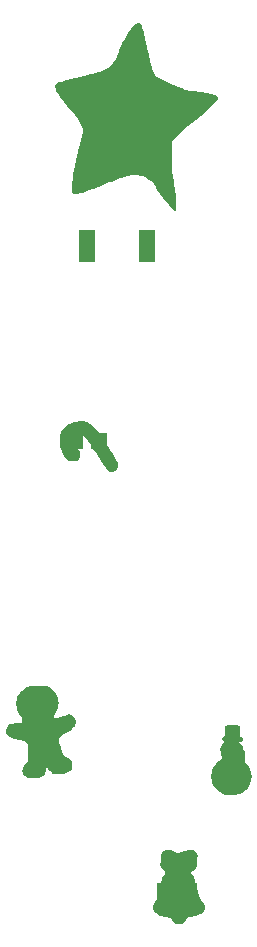
<source format=gbr>
G04 EAGLE Gerber RS-274X export*
G75*
%MOMM*%
%FSLAX34Y34*%
%LPD*%
%INSoldermask Bottom*%
%IPPOS*%
%AMOC8*
5,1,8,0,0,1.08239X$1,22.5*%
G01*
%ADD10R,1.473200X2.743200*%
%ADD11R,1.403200X1.403200*%

G36*
X532274Y766252D02*
X532274Y766252D01*
X532356Y766261D01*
X532371Y766269D01*
X532388Y766272D01*
X532458Y766318D01*
X532530Y766359D01*
X532540Y766372D01*
X532555Y766381D01*
X532601Y766450D01*
X532651Y766516D01*
X532656Y766532D01*
X532665Y766547D01*
X532701Y766705D01*
X532702Y766708D01*
X532702Y766709D01*
X532923Y770704D01*
X532922Y770712D01*
X532923Y770721D01*
X532966Y772720D01*
X532964Y772732D01*
X532966Y772744D01*
X532965Y772746D01*
X532966Y772750D01*
X532890Y774749D01*
X532888Y774756D01*
X532889Y774765D01*
X532749Y776761D01*
X532747Y776766D01*
X532748Y776773D01*
X532556Y778765D01*
X532555Y778770D01*
X532555Y778776D01*
X532320Y780763D01*
X532318Y780768D01*
X532318Y780775D01*
X532032Y782755D01*
X532030Y782761D01*
X532030Y782768D01*
X529665Y796561D01*
X529415Y798525D01*
X529241Y800501D01*
X529113Y802489D01*
X529018Y804481D01*
X529010Y804696D01*
X528958Y806193D01*
X528958Y806194D01*
X528949Y806471D01*
X528903Y808465D01*
X528874Y812460D01*
X528929Y816448D01*
X528994Y818442D01*
X529092Y820428D01*
X529239Y822405D01*
X529472Y824323D01*
X530099Y826052D01*
X531281Y827542D01*
X532609Y829004D01*
X533993Y830431D01*
X535409Y831831D01*
X536849Y833207D01*
X538312Y834562D01*
X539793Y835895D01*
X541294Y837206D01*
X542817Y838492D01*
X544361Y839742D01*
X545938Y840946D01*
X549202Y843243D01*
X549207Y843248D01*
X549214Y843252D01*
X550816Y844450D01*
X550820Y844453D01*
X550825Y844456D01*
X552401Y845689D01*
X552405Y845694D01*
X552411Y845697D01*
X553953Y846972D01*
X553959Y846980D01*
X553970Y846986D01*
X555454Y848327D01*
X555457Y848331D01*
X555461Y848334D01*
X559836Y852443D01*
X559841Y852449D01*
X559848Y852455D01*
X561259Y853874D01*
X561261Y853876D01*
X561264Y853878D01*
X564049Y856751D01*
X564050Y856753D01*
X564051Y856753D01*
X564051Y856754D01*
X564052Y856755D01*
X565430Y858205D01*
X565434Y858210D01*
X565440Y858215D01*
X566778Y859702D01*
X566791Y859725D01*
X566816Y859750D01*
X567958Y861385D01*
X567980Y861438D01*
X568012Y861486D01*
X568020Y861528D01*
X568037Y861568D01*
X568037Y861625D01*
X568048Y861681D01*
X568038Y861731D01*
X568038Y861767D01*
X568025Y861798D01*
X568017Y861845D01*
X567398Y863515D01*
X567382Y863540D01*
X567374Y863568D01*
X567330Y863624D01*
X567293Y863684D01*
X567269Y863701D01*
X567251Y863724D01*
X567165Y863774D01*
X567130Y863798D01*
X567119Y863801D01*
X567107Y863808D01*
X565241Y864519D01*
X565220Y864522D01*
X565195Y864534D01*
X563266Y865064D01*
X563258Y865064D01*
X563248Y865068D01*
X561301Y865526D01*
X561295Y865527D01*
X561289Y865529D01*
X559331Y865940D01*
X559327Y865940D01*
X559322Y865942D01*
X557356Y866315D01*
X557352Y866315D01*
X557347Y866317D01*
X555375Y866655D01*
X555371Y866655D01*
X555366Y866656D01*
X553389Y866958D01*
X553384Y866958D01*
X553378Y866960D01*
X551395Y867221D01*
X551388Y867220D01*
X551381Y867222D01*
X549390Y867426D01*
X549381Y867425D01*
X549369Y867428D01*
X545411Y867667D01*
X543502Y868041D01*
X541612Y868580D01*
X540252Y869055D01*
X539747Y869231D01*
X537907Y869964D01*
X534246Y871560D01*
X534243Y871561D01*
X534240Y871563D01*
X530554Y873119D01*
X530551Y873120D01*
X530548Y873122D01*
X528695Y873876D01*
X528691Y873877D01*
X528686Y873880D01*
X524965Y875315D01*
X523162Y876120D01*
X521403Y877014D01*
X519698Y878013D01*
X518025Y879089D01*
X518007Y879095D01*
X517989Y879109D01*
X516254Y880032D01*
X514818Y881067D01*
X513935Y882702D01*
X513182Y884513D01*
X512527Y886377D01*
X511950Y888272D01*
X511442Y890190D01*
X509562Y897963D01*
X508667Y901859D01*
X508240Y903804D01*
X507830Y905759D01*
X507444Y907716D01*
X507091Y909677D01*
X506769Y911647D01*
X506766Y911654D01*
X506766Y911664D01*
X506374Y913626D01*
X506371Y913634D01*
X506370Y913645D01*
X505902Y915590D01*
X505899Y915596D01*
X505898Y915604D01*
X505376Y917535D01*
X505373Y917540D01*
X505372Y917547D01*
X504800Y919464D01*
X504797Y919470D01*
X504795Y919478D01*
X504169Y921378D01*
X504164Y921386D01*
X504162Y921397D01*
X503460Y923270D01*
X503447Y923289D01*
X503439Y923318D01*
X502546Y925104D01*
X502522Y925135D01*
X502506Y925171D01*
X502461Y925213D01*
X502424Y925261D01*
X502389Y925280D01*
X502360Y925307D01*
X502289Y925335D01*
X502250Y925357D01*
X502230Y925359D01*
X502206Y925369D01*
X500396Y925763D01*
X500391Y925763D01*
X500386Y925765D01*
X500292Y925764D01*
X500197Y925766D01*
X500192Y925764D01*
X500187Y925764D01*
X500032Y925703D01*
X498325Y924678D01*
X498294Y924650D01*
X498242Y924616D01*
X496777Y923256D01*
X496764Y923239D01*
X496742Y923221D01*
X495417Y921723D01*
X495410Y921711D01*
X495397Y921699D01*
X494167Y920121D01*
X494163Y920112D01*
X494154Y920104D01*
X492995Y918473D01*
X492992Y918467D01*
X492986Y918461D01*
X491877Y916796D01*
X491874Y916788D01*
X491867Y916781D01*
X490819Y915076D01*
X490813Y915059D01*
X490800Y915041D01*
X489895Y913259D01*
X489886Y913229D01*
X489871Y913199D01*
X489868Y913196D01*
X489868Y913195D01*
X489866Y913192D01*
X489260Y911381D01*
X488153Y909805D01*
X488143Y909782D01*
X488122Y909755D01*
X487174Y907995D01*
X487170Y907982D01*
X487161Y907969D01*
X486314Y906156D01*
X486312Y906147D01*
X486305Y906136D01*
X484774Y902443D01*
X483983Y900615D01*
X483166Y898796D01*
X482326Y896987D01*
X481461Y895208D01*
X480485Y893507D01*
X479361Y891905D01*
X478107Y890398D01*
X476741Y888990D01*
X475271Y887690D01*
X473707Y886510D01*
X472053Y885469D01*
X470314Y884601D01*
X468497Y883960D01*
X466587Y883629D01*
X464620Y883420D01*
X464601Y883414D01*
X464581Y883415D01*
X464450Y883367D01*
X464430Y883361D01*
X464428Y883359D01*
X464425Y883358D01*
X462765Y882411D01*
X460929Y881870D01*
X457019Y881160D01*
X457013Y881158D01*
X457006Y881158D01*
X455048Y880751D01*
X455044Y880749D01*
X455039Y880749D01*
X451136Y879866D01*
X451134Y879865D01*
X451130Y879865D01*
X447239Y878928D01*
X447237Y878927D01*
X447234Y878927D01*
X443354Y877947D01*
X443352Y877946D01*
X443349Y877946D01*
X439480Y876923D01*
X439478Y876922D01*
X439474Y876921D01*
X437547Y876386D01*
X437544Y876385D01*
X437541Y876385D01*
X435619Y875826D01*
X435614Y875823D01*
X435607Y875822D01*
X433702Y875211D01*
X433674Y875195D01*
X433632Y875183D01*
X431847Y874298D01*
X431811Y874269D01*
X431768Y874249D01*
X431724Y874201D01*
X431690Y874175D01*
X431678Y874153D01*
X431654Y874128D01*
X430566Y872500D01*
X430537Y872429D01*
X430501Y872360D01*
X430498Y872335D01*
X430491Y872316D01*
X430491Y872272D01*
X430483Y872194D01*
X430596Y870216D01*
X430605Y870185D01*
X430629Y870065D01*
X431349Y868201D01*
X431364Y868177D01*
X431377Y868141D01*
X432339Y866388D01*
X432349Y866376D01*
X432357Y866358D01*
X433439Y864675D01*
X433445Y864668D01*
X433451Y864657D01*
X434604Y863023D01*
X434609Y863018D01*
X434613Y863011D01*
X437014Y859810D01*
X438196Y858206D01*
X439360Y856587D01*
X440483Y854958D01*
X441493Y853255D01*
X441500Y853247D01*
X441504Y853237D01*
X441616Y853115D01*
X443180Y851902D01*
X443191Y851896D01*
X443203Y851885D01*
X444782Y850798D01*
X446061Y849362D01*
X447270Y847803D01*
X448422Y846189D01*
X449523Y844537D01*
X450577Y842854D01*
X451573Y841141D01*
X452495Y839396D01*
X453287Y837625D01*
X453743Y835791D01*
X453757Y833881D01*
X453546Y831942D01*
X453170Y830018D01*
X452131Y826172D01*
X452131Y826170D01*
X452130Y826167D01*
X451122Y822295D01*
X451122Y822292D01*
X451121Y822290D01*
X450638Y820348D01*
X450638Y820346D01*
X450637Y820344D01*
X449707Y816452D01*
X449707Y816449D01*
X449706Y816446D01*
X448825Y812542D01*
X448825Y812540D01*
X448824Y812537D01*
X447989Y808623D01*
X447988Y808621D01*
X447987Y808618D01*
X447199Y804695D01*
X447199Y804692D01*
X447198Y804689D01*
X446459Y800756D01*
X446459Y800753D01*
X446457Y800749D01*
X445776Y796806D01*
X445776Y796803D01*
X445775Y796800D01*
X445460Y794824D01*
X445460Y794822D01*
X445459Y794819D01*
X445163Y792840D01*
X445163Y792838D01*
X445162Y792834D01*
X444892Y790852D01*
X444892Y790848D01*
X444891Y790844D01*
X444651Y788858D01*
X444652Y788853D01*
X444650Y788847D01*
X444455Y786856D01*
X444456Y786848D01*
X444453Y786839D01*
X444324Y784843D01*
X444326Y784828D01*
X444323Y784809D01*
X444331Y782809D01*
X444336Y782785D01*
X444333Y782760D01*
X444364Y782650D01*
X444371Y782614D01*
X444375Y782608D01*
X444378Y782600D01*
X445166Y780911D01*
X445217Y780843D01*
X445263Y780771D01*
X445275Y780763D01*
X445284Y780752D01*
X445358Y780708D01*
X445428Y780661D01*
X445444Y780657D01*
X445455Y780651D01*
X445499Y780645D01*
X445591Y780624D01*
X447575Y780515D01*
X447616Y780521D01*
X447679Y780520D01*
X449655Y780830D01*
X449672Y780836D01*
X449695Y780838D01*
X451640Y781305D01*
X451650Y781310D01*
X451663Y781311D01*
X453583Y781873D01*
X453590Y781877D01*
X453600Y781879D01*
X455499Y782510D01*
X455505Y782513D01*
X455514Y782515D01*
X459262Y783893D01*
X461134Y784512D01*
X463057Y784981D01*
X463076Y784990D01*
X463103Y784994D01*
X464992Y785651D01*
X465002Y785658D01*
X465017Y785661D01*
X466868Y786419D01*
X466871Y786421D01*
X466876Y786422D01*
X468715Y787208D01*
X468717Y787210D01*
X468720Y787210D01*
X474211Y789622D01*
X476049Y790383D01*
X477903Y791098D01*
X479775Y791773D01*
X481667Y792407D01*
X481672Y792410D01*
X481679Y792411D01*
X483559Y793096D01*
X483564Y793099D01*
X483570Y793100D01*
X485434Y793826D01*
X485438Y793829D01*
X485443Y793830D01*
X489117Y795344D01*
X490987Y795889D01*
X492909Y796247D01*
X494864Y796452D01*
X496836Y796537D01*
X498815Y796535D01*
X500779Y796447D01*
X502700Y796182D01*
X504552Y795642D01*
X506334Y794853D01*
X508072Y793930D01*
X509752Y792904D01*
X511356Y791769D01*
X512869Y790524D01*
X514254Y789160D01*
X515405Y787667D01*
X516041Y785880D01*
X516053Y785861D01*
X516061Y785832D01*
X516920Y784040D01*
X516939Y784015D01*
X516956Y783977D01*
X518069Y782316D01*
X518075Y782309D01*
X518080Y782299D01*
X519259Y780682D01*
X519262Y780679D01*
X519265Y780673D01*
X520480Y779083D01*
X520483Y779081D01*
X520485Y779077D01*
X521726Y777507D01*
X521728Y777505D01*
X521730Y777502D01*
X522992Y775950D01*
X522994Y775948D01*
X522995Y775945D01*
X524275Y774407D01*
X524278Y774405D01*
X524280Y774401D01*
X526887Y771366D01*
X526890Y771364D01*
X526892Y771360D01*
X528165Y769921D01*
X528166Y769920D01*
X528167Y769919D01*
X530834Y766936D01*
X530837Y766934D01*
X530839Y766930D01*
X530971Y766829D01*
X531968Y766296D01*
X531985Y766291D01*
X531998Y766281D01*
X532079Y766263D01*
X532159Y766239D01*
X532176Y766241D01*
X532192Y766237D01*
X532274Y766252D01*
G37*
G36*
X410427Y285759D02*
X410427Y285759D01*
X410451Y285756D01*
X412450Y285850D01*
X412456Y285851D01*
X412464Y285850D01*
X414459Y286002D01*
X414473Y286006D01*
X414491Y286006D01*
X416471Y286286D01*
X416499Y286295D01*
X416538Y286300D01*
X418459Y286845D01*
X418499Y286865D01*
X418585Y286900D01*
X420279Y287943D01*
X420289Y287952D01*
X420302Y287958D01*
X420421Y288074D01*
X421592Y289682D01*
X421608Y289719D01*
X421659Y289811D01*
X422317Y291697D01*
X422321Y291728D01*
X422336Y291768D01*
X422709Y293733D01*
X422709Y293749D01*
X422714Y293769D01*
X422945Y295756D01*
X422945Y295762D01*
X422946Y295769D01*
X423151Y298054D01*
X423171Y297939D01*
X423179Y297919D01*
X423182Y297892D01*
X423713Y295966D01*
X423729Y295934D01*
X423742Y295887D01*
X424587Y294077D01*
X424609Y294048D01*
X424631Y294002D01*
X425776Y292365D01*
X425801Y292341D01*
X425827Y292303D01*
X427220Y290869D01*
X427248Y290849D01*
X427281Y290815D01*
X428882Y289630D01*
X428911Y289616D01*
X428935Y289596D01*
X429022Y289564D01*
X429062Y289545D01*
X429075Y289545D01*
X429091Y289539D01*
X431043Y289190D01*
X431088Y289191D01*
X431167Y289183D01*
X433162Y289326D01*
X433173Y289329D01*
X433187Y289329D01*
X435172Y289573D01*
X435184Y289577D01*
X435199Y289577D01*
X437168Y289929D01*
X437185Y289936D01*
X437208Y289938D01*
X439142Y290448D01*
X439165Y290459D01*
X439197Y290466D01*
X441057Y291199D01*
X441089Y291220D01*
X441140Y291241D01*
X442829Y292305D01*
X442853Y292328D01*
X442931Y292394D01*
X442937Y292398D01*
X442938Y292400D01*
X442945Y292406D01*
X444225Y293926D01*
X444234Y293944D01*
X444249Y293957D01*
X444288Y294038D01*
X444304Y294063D01*
X444306Y294075D01*
X444311Y294084D01*
X444320Y294101D01*
X444321Y294104D01*
X444322Y294106D01*
X444887Y296014D01*
X444891Y296056D01*
X444907Y296155D01*
X444911Y298148D01*
X444909Y298162D01*
X444885Y298310D01*
X444247Y300194D01*
X444242Y300203D01*
X444240Y300213D01*
X444155Y300356D01*
X442871Y301875D01*
X442870Y301876D01*
X442869Y301877D01*
X442742Y301984D01*
X441021Y302990D01*
X440991Y303000D01*
X440953Y303023D01*
X439180Y303726D01*
X437852Y304936D01*
X436997Y306611D01*
X436297Y308446D01*
X435008Y312220D01*
X434398Y314113D01*
X433855Y316009D01*
X433474Y317898D01*
X433497Y319722D01*
X434284Y321296D01*
X435699Y322485D01*
X437375Y323469D01*
X440927Y325278D01*
X440940Y325288D01*
X440960Y325296D01*
X442669Y326335D01*
X442684Y326349D01*
X442707Y326361D01*
X444313Y327552D01*
X444329Y327568D01*
X444353Y327584D01*
X445829Y328933D01*
X445846Y328956D01*
X445874Y328980D01*
X447161Y330510D01*
X447181Y330546D01*
X447219Y330595D01*
X448160Y332354D01*
X448170Y332385D01*
X448187Y332413D01*
X448204Y332501D01*
X448217Y332544D01*
X448216Y332559D01*
X448219Y332577D01*
X448268Y334533D01*
X448259Y334582D01*
X448261Y334631D01*
X448240Y334689D01*
X448233Y334729D01*
X448218Y334753D01*
X448205Y334788D01*
X447238Y336531D01*
X447211Y336563D01*
X447179Y336616D01*
X445871Y338127D01*
X445842Y338150D01*
X445807Y338189D01*
X444252Y339442D01*
X444227Y339455D01*
X444206Y339475D01*
X444113Y339514D01*
X444076Y339533D01*
X444065Y339534D01*
X444053Y339539D01*
X442162Y339982D01*
X442133Y339983D01*
X442105Y339992D01*
X442006Y339987D01*
X441963Y339988D01*
X441953Y339984D01*
X441939Y339983D01*
X439987Y339546D01*
X439979Y339542D01*
X439967Y339541D01*
X438035Y339024D01*
X438029Y339021D01*
X438021Y339020D01*
X434190Y337882D01*
X432283Y337357D01*
X430426Y336979D01*
X429046Y337184D01*
X429112Y338538D01*
X429922Y340239D01*
X430884Y341976D01*
X430888Y341989D01*
X430898Y342004D01*
X431757Y343810D01*
X431762Y343831D01*
X431775Y343855D01*
X432453Y345737D01*
X432457Y345761D01*
X432469Y345790D01*
X432934Y347734D01*
X432935Y347761D01*
X432945Y347795D01*
X433167Y349782D01*
X433164Y349812D01*
X433169Y349851D01*
X433115Y351849D01*
X433108Y351880D01*
X433108Y351924D01*
X432756Y353891D01*
X432743Y353922D01*
X432736Y353966D01*
X432082Y355855D01*
X432065Y355884D01*
X432051Y355927D01*
X431109Y357690D01*
X431089Y357715D01*
X431069Y357753D01*
X429873Y359355D01*
X429851Y359375D01*
X429828Y359408D01*
X428420Y360828D01*
X428398Y360842D01*
X428375Y360867D01*
X426808Y362109D01*
X426786Y362120D01*
X426763Y362141D01*
X425071Y363203D01*
X425029Y363219D01*
X424958Y363256D01*
X423059Y363864D01*
X423019Y363869D01*
X422961Y363885D01*
X420973Y364102D01*
X420956Y364101D01*
X420935Y364105D01*
X418936Y364170D01*
X418929Y364169D01*
X418921Y364170D01*
X414919Y364180D01*
X414915Y364179D01*
X414909Y364180D01*
X412909Y364145D01*
X412900Y364143D01*
X412890Y364144D01*
X410892Y364033D01*
X410873Y364028D01*
X410849Y364028D01*
X408870Y363741D01*
X408836Y363729D01*
X408785Y363721D01*
X406889Y363094D01*
X406856Y363075D01*
X406805Y363057D01*
X405054Y362093D01*
X405036Y362078D01*
X405009Y362065D01*
X403368Y360923D01*
X403351Y360906D01*
X403325Y360890D01*
X401817Y359577D01*
X401800Y359556D01*
X401772Y359533D01*
X400441Y358041D01*
X400426Y358015D01*
X400398Y357985D01*
X399292Y356320D01*
X399280Y356290D01*
X399255Y356254D01*
X398414Y354441D01*
X398406Y354410D01*
X398387Y354371D01*
X397829Y352451D01*
X397826Y352421D01*
X397814Y352382D01*
X397531Y350403D01*
X397533Y350377D01*
X397527Y350343D01*
X397486Y348343D01*
X397490Y348324D01*
X397488Y348299D01*
X397626Y346304D01*
X397633Y346279D01*
X397634Y346246D01*
X398002Y344281D01*
X398014Y344251D01*
X398022Y344206D01*
X398691Y342323D01*
X398709Y342292D01*
X398726Y342244D01*
X399710Y340505D01*
X399731Y340480D01*
X399752Y340441D01*
X400990Y338871D01*
X401008Y338855D01*
X401026Y338830D01*
X402431Y337406D01*
X402442Y337399D01*
X402451Y337387D01*
X402539Y337307D01*
X403090Y336808D01*
X403920Y336057D01*
X405203Y334706D01*
X405593Y333422D01*
X404298Y332791D01*
X402415Y332557D01*
X400443Y332465D01*
X396451Y332400D01*
X396434Y332397D01*
X396414Y332398D01*
X394422Y332218D01*
X394394Y332209D01*
X394355Y332207D01*
X392408Y331761D01*
X392368Y331742D01*
X392282Y331713D01*
X390533Y330767D01*
X390507Y330745D01*
X390476Y330731D01*
X390415Y330668D01*
X390380Y330639D01*
X390373Y330625D01*
X390360Y330612D01*
X389233Y328986D01*
X389223Y328963D01*
X389207Y328944D01*
X389187Y328889D01*
X389176Y328870D01*
X389171Y328842D01*
X389170Y328838D01*
X389155Y328804D01*
X389155Y328796D01*
X389152Y328787D01*
X388810Y326825D01*
X388812Y326785D01*
X388807Y326678D01*
X389053Y324702D01*
X389055Y324696D01*
X389055Y324690D01*
X389106Y324532D01*
X390031Y322770D01*
X390047Y322751D01*
X390127Y322642D01*
X391563Y321258D01*
X391600Y321235D01*
X391653Y321189D01*
X393368Y320165D01*
X393399Y320154D01*
X393437Y320131D01*
X395290Y319381D01*
X395314Y319376D01*
X395342Y319363D01*
X397266Y318818D01*
X397284Y318816D01*
X397304Y318809D01*
X399266Y318416D01*
X399277Y318416D01*
X399291Y318412D01*
X401260Y318123D01*
X403179Y317761D01*
X404946Y317144D01*
X406327Y316019D01*
X407097Y314380D01*
X407443Y312505D01*
X407585Y310549D01*
X407633Y308569D01*
X407621Y304583D01*
X407545Y302621D01*
X407255Y300764D01*
X406374Y299161D01*
X405022Y297782D01*
X405011Y297765D01*
X404992Y297749D01*
X403727Y296203D01*
X403706Y296164D01*
X403660Y296097D01*
X402823Y294288D01*
X402822Y294283D01*
X402819Y294279D01*
X402778Y294118D01*
X402621Y292136D01*
X402623Y292123D01*
X402620Y292110D01*
X402643Y291946D01*
X403247Y290050D01*
X403264Y290020D01*
X403315Y289913D01*
X404468Y288284D01*
X404499Y288255D01*
X404539Y288204D01*
X406238Y286656D01*
X406248Y286650D01*
X406256Y286641D01*
X406400Y286557D01*
X408256Y285865D01*
X408282Y285861D01*
X408411Y285833D01*
X410408Y285756D01*
X410427Y285759D01*
G37*
G36*
X536343Y162231D02*
X536343Y162231D01*
X536370Y162237D01*
X536498Y162259D01*
X538375Y162923D01*
X538384Y162928D01*
X538394Y162930D01*
X538536Y163017D01*
X540035Y164321D01*
X540043Y164330D01*
X540047Y164333D01*
X540056Y164347D01*
X540060Y164353D01*
X540130Y164431D01*
X541196Y166119D01*
X541203Y166137D01*
X541217Y166157D01*
X542011Y167696D01*
X543648Y168325D01*
X545570Y168662D01*
X545574Y168664D01*
X545577Y168664D01*
X547543Y169038D01*
X547552Y169042D01*
X547565Y169043D01*
X549511Y169507D01*
X549526Y169513D01*
X549546Y169516D01*
X551453Y170118D01*
X551476Y170131D01*
X551509Y170139D01*
X553329Y170965D01*
X553362Y170988D01*
X553415Y171015D01*
X555033Y172184D01*
X555063Y172217D01*
X555125Y172271D01*
X556396Y173811D01*
X556416Y173848D01*
X556456Y173901D01*
X557365Y175672D01*
X557377Y175715D01*
X557398Y175754D01*
X557407Y175822D01*
X557419Y175864D01*
X557416Y175888D01*
X557420Y175919D01*
X557410Y176179D01*
X557410Y176180D01*
X557391Y176679D01*
X557371Y177178D01*
X557344Y177887D01*
X557338Y177911D01*
X557340Y177935D01*
X557306Y178044D01*
X557297Y178080D01*
X557293Y178086D01*
X557290Y178094D01*
X556384Y179872D01*
X556367Y179894D01*
X556351Y179928D01*
X555223Y181570D01*
X554165Y183237D01*
X553221Y184964D01*
X552390Y186749D01*
X551669Y188583D01*
X551051Y190458D01*
X550526Y192365D01*
X550082Y194301D01*
X549665Y196253D01*
X549660Y196265D01*
X549658Y196282D01*
X549127Y198210D01*
X549121Y198221D01*
X549119Y198236D01*
X548483Y200133D01*
X548476Y200145D01*
X548472Y200161D01*
X547723Y202016D01*
X547710Y202034D01*
X547702Y202061D01*
X546770Y203830D01*
X546762Y203840D01*
X546756Y203855D01*
X545741Y205539D01*
X545205Y206787D01*
X546580Y207315D01*
X546591Y207321D01*
X546607Y207326D01*
X548414Y208141D01*
X548456Y208171D01*
X548503Y208193D01*
X548543Y208234D01*
X548575Y208257D01*
X548591Y208283D01*
X548619Y208312D01*
X549745Y209940D01*
X549745Y209942D01*
X549746Y209943D01*
X549816Y210094D01*
X550337Y212022D01*
X550338Y212051D01*
X550350Y212089D01*
X550605Y214072D01*
X550604Y214086D01*
X550608Y214103D01*
X550741Y216099D01*
X550740Y216106D01*
X550742Y216114D01*
X550815Y218113D01*
X550814Y218118D01*
X550816Y218125D01*
X550843Y220125D01*
X550837Y220156D01*
X550838Y220198D01*
X550573Y222172D01*
X550548Y222243D01*
X550530Y222316D01*
X550515Y222339D01*
X550507Y222360D01*
X550478Y222392D01*
X550436Y222453D01*
X549073Y223857D01*
X549068Y223861D01*
X548940Y223955D01*
X547156Y224857D01*
X547114Y224869D01*
X547049Y224897D01*
X545113Y225370D01*
X545074Y225372D01*
X544966Y225384D01*
X542975Y225271D01*
X542935Y225260D01*
X542873Y225254D01*
X540943Y224734D01*
X540921Y224723D01*
X540891Y224717D01*
X539028Y223987D01*
X539018Y223980D01*
X539002Y223976D01*
X537196Y223144D01*
X535483Y222459D01*
X533701Y222720D01*
X531872Y223373D01*
X528169Y224861D01*
X528162Y224862D01*
X528154Y224867D01*
X526277Y225553D01*
X526269Y225554D01*
X526262Y225558D01*
X526097Y225583D01*
X524123Y225550D01*
X524101Y225545D01*
X524079Y225547D01*
X523960Y225514D01*
X523929Y225507D01*
X523925Y225504D01*
X523919Y225502D01*
X522113Y224652D01*
X522082Y224629D01*
X521989Y224569D01*
X520532Y223238D01*
X520498Y223191D01*
X520456Y223151D01*
X520435Y223106D01*
X520414Y223077D01*
X520407Y223043D01*
X520386Y223000D01*
X519867Y221079D01*
X519864Y221042D01*
X519851Y220991D01*
X519683Y218997D01*
X519684Y218988D01*
X519682Y218976D01*
X519518Y214978D01*
X519519Y214973D01*
X519518Y214967D01*
X519480Y212967D01*
X519484Y212947D01*
X519481Y212922D01*
X519622Y210929D01*
X519637Y210877D01*
X519641Y210824D01*
X519665Y210774D01*
X519675Y210738D01*
X519695Y210713D01*
X519714Y210674D01*
X520834Y209108D01*
X520858Y209086D01*
X520874Y209059D01*
X520947Y209003D01*
X520980Y208973D01*
X520993Y208968D01*
X521006Y208957D01*
X522653Y208084D01*
X523481Y206763D01*
X522979Y205163D01*
X521915Y203554D01*
X521906Y203532D01*
X521887Y203507D01*
X520974Y201733D01*
X520964Y201697D01*
X520940Y201650D01*
X520360Y199736D01*
X520358Y199715D01*
X520349Y199691D01*
X519950Y197731D01*
X519950Y197719D01*
X519946Y197705D01*
X519651Y195726D01*
X519652Y195718D01*
X519649Y195708D01*
X519201Y191738D01*
X518942Y189773D01*
X518572Y187855D01*
X517967Y186034D01*
X517036Y184355D01*
X514688Y181155D01*
X514680Y181138D01*
X514665Y181120D01*
X513621Y179414D01*
X513608Y179378D01*
X513590Y179347D01*
X513584Y179338D01*
X513584Y179337D01*
X513580Y179330D01*
X512876Y177464D01*
X512873Y177449D01*
X512866Y177436D01*
X512844Y177271D01*
X512848Y177145D01*
X512865Y176646D01*
X512883Y176147D01*
X512883Y176146D01*
X512900Y175647D01*
X512912Y175294D01*
X512922Y175252D01*
X512923Y175209D01*
X512948Y175143D01*
X512958Y175101D01*
X512972Y175082D01*
X512983Y175054D01*
X514008Y173353D01*
X514037Y173322D01*
X514097Y173244D01*
X515566Y171889D01*
X515588Y171875D01*
X515612Y171851D01*
X517230Y170678D01*
X517260Y170664D01*
X517296Y170637D01*
X519076Y169729D01*
X519108Y169720D01*
X519129Y169709D01*
X519143Y169700D01*
X519146Y169700D01*
X519149Y169699D01*
X521050Y169080D01*
X521073Y169077D01*
X521102Y169066D01*
X523059Y168656D01*
X523073Y168656D01*
X523088Y168651D01*
X525057Y168358D01*
X526958Y167995D01*
X528544Y167312D01*
X529222Y165684D01*
X529247Y165647D01*
X529288Y165570D01*
X530508Y163991D01*
X530536Y163967D01*
X530618Y163887D01*
X532139Y162826D01*
X532151Y162821D01*
X532286Y162756D01*
X534201Y162204D01*
X534237Y162201D01*
X534351Y162184D01*
X536343Y162231D01*
G37*
G36*
X578856Y271463D02*
X578856Y271463D01*
X578876Y271461D01*
X580875Y271544D01*
X580892Y271548D01*
X580913Y271547D01*
X582899Y271781D01*
X582920Y271788D01*
X582948Y271789D01*
X584901Y272221D01*
X584923Y272231D01*
X584953Y272235D01*
X586847Y272877D01*
X586870Y272890D01*
X586902Y272899D01*
X588706Y273761D01*
X588728Y273778D01*
X588762Y273792D01*
X590442Y274875D01*
X590463Y274895D01*
X590496Y274915D01*
X592016Y276213D01*
X592035Y276236D01*
X592066Y276262D01*
X593391Y277758D01*
X593406Y277784D01*
X593434Y277814D01*
X594536Y279482D01*
X594548Y279509D01*
X594571Y279542D01*
X595430Y281347D01*
X595437Y281375D01*
X595455Y281409D01*
X596066Y283313D01*
X596069Y283340D01*
X596081Y283374D01*
X596449Y285339D01*
X596448Y285365D01*
X596456Y285397D01*
X596591Y287392D01*
X596588Y287416D01*
X596591Y287446D01*
X596510Y289444D01*
X596508Y289450D01*
X596503Y289470D01*
X596504Y289503D01*
X596187Y291477D01*
X596177Y291504D01*
X596172Y291543D01*
X595592Y293456D01*
X595577Y293483D01*
X595566Y293523D01*
X595278Y294137D01*
X594716Y295332D01*
X594697Y295357D01*
X594681Y295395D01*
X593581Y297064D01*
X593561Y297084D01*
X593541Y297117D01*
X592231Y298627D01*
X592212Y298642D01*
X592192Y298667D01*
X590720Y300021D01*
X590704Y300031D01*
X590689Y300048D01*
X589114Y301272D01*
X587724Y302411D01*
X587551Y303670D01*
X588751Y304955D01*
X588753Y304957D01*
X588755Y304959D01*
X588845Y305099D01*
X589630Y306929D01*
X589638Y306971D01*
X589666Y307064D01*
X589912Y309045D01*
X589908Y309088D01*
X589913Y309155D01*
X589721Y311143D01*
X589709Y311182D01*
X589700Y311243D01*
X589105Y313149D01*
X589084Y313188D01*
X589058Y313254D01*
X588044Y314972D01*
X588015Y315005D01*
X587975Y315064D01*
X586081Y317044D01*
X586913Y317044D01*
X586953Y317052D01*
X587014Y317054D01*
X588945Y317453D01*
X588989Y317472D01*
X589037Y317481D01*
X589080Y317510D01*
X589128Y317531D01*
X589161Y317566D01*
X589201Y317593D01*
X589229Y317636D01*
X589266Y317674D01*
X589283Y317719D01*
X589309Y317760D01*
X589322Y317821D01*
X589337Y317860D01*
X589336Y317887D01*
X589343Y317923D01*
X589408Y319630D01*
X589399Y319684D01*
X589400Y319738D01*
X589383Y319781D01*
X589376Y319826D01*
X589346Y319872D01*
X589326Y319923D01*
X589294Y319955D01*
X589269Y319994D01*
X589224Y320025D01*
X589186Y320064D01*
X589137Y320086D01*
X589106Y320107D01*
X589074Y320114D01*
X589034Y320132D01*
X587335Y320572D01*
X586546Y321884D01*
X586446Y323744D01*
X586436Y329733D01*
X586430Y329758D01*
X586433Y329783D01*
X586411Y329855D01*
X586396Y329928D01*
X586381Y329949D01*
X586373Y329973D01*
X586325Y330030D01*
X586283Y330091D01*
X586261Y330105D01*
X586245Y330125D01*
X586147Y330178D01*
X586115Y330198D01*
X586107Y330199D01*
X586098Y330204D01*
X584609Y330716D01*
X584600Y330717D01*
X584447Y330743D01*
X576444Y330743D01*
X576412Y330736D01*
X576292Y330719D01*
X574777Y330233D01*
X574750Y330217D01*
X574720Y330210D01*
X574664Y330169D01*
X574604Y330135D01*
X574585Y330111D01*
X574560Y330092D01*
X574524Y330033D01*
X574482Y329978D01*
X574474Y329948D01*
X574458Y329921D01*
X574442Y329828D01*
X574431Y329786D01*
X574433Y329773D01*
X574430Y329757D01*
X574430Y325760D01*
X574393Y323795D01*
X574155Y322075D01*
X572802Y321207D01*
X572747Y321153D01*
X572687Y321105D01*
X572674Y321083D01*
X572659Y321068D01*
X572642Y321027D01*
X572604Y320961D01*
X571945Y319196D01*
X571934Y319124D01*
X571915Y319053D01*
X571918Y319026D01*
X571914Y319000D01*
X571932Y318928D01*
X571942Y318856D01*
X571957Y318830D01*
X571962Y318807D01*
X571989Y318772D01*
X572023Y318710D01*
X573198Y317239D01*
X573232Y317211D01*
X573284Y317155D01*
X573717Y316823D01*
X572675Y315901D01*
X572648Y315865D01*
X572597Y315813D01*
X571451Y314179D01*
X571433Y314139D01*
X571397Y314079D01*
X570649Y312228D01*
X570641Y312187D01*
X570620Y312126D01*
X570278Y310159D01*
X570279Y310117D01*
X570271Y310053D01*
X570354Y308058D01*
X570365Y308015D01*
X570373Y307941D01*
X570922Y306023D01*
X570943Y305983D01*
X570972Y305905D01*
X571952Y304254D01*
X572278Y302884D01*
X570904Y301972D01*
X570896Y301963D01*
X570882Y301956D01*
X569277Y300762D01*
X569270Y300754D01*
X569259Y300748D01*
X567711Y299481D01*
X567696Y299462D01*
X567672Y299445D01*
X566269Y298020D01*
X566253Y297995D01*
X566224Y297968D01*
X565032Y296363D01*
X565019Y296336D01*
X564995Y296305D01*
X564036Y294551D01*
X564027Y294522D01*
X564007Y294489D01*
X563296Y292620D01*
X563295Y292610D01*
X563294Y292609D01*
X563291Y292590D01*
X563277Y292557D01*
X562819Y290611D01*
X562818Y290584D01*
X562808Y290549D01*
X562600Y288560D01*
X562603Y288533D01*
X562598Y288498D01*
X562640Y286499D01*
X562645Y286473D01*
X562645Y286438D01*
X562929Y284459D01*
X562938Y284434D01*
X562941Y284399D01*
X563464Y282470D01*
X563475Y282446D01*
X563483Y282412D01*
X564236Y280560D01*
X564251Y280537D01*
X564263Y280504D01*
X565240Y278759D01*
X565258Y278739D01*
X565274Y278706D01*
X566464Y277099D01*
X566484Y277081D01*
X566505Y277050D01*
X567891Y275610D01*
X567908Y275598D01*
X567918Y275584D01*
X567929Y275577D01*
X567939Y275566D01*
X569502Y274318D01*
X569527Y274305D01*
X569555Y274281D01*
X571267Y273248D01*
X571289Y273241D01*
X571312Y273224D01*
X572778Y272532D01*
X572802Y272526D01*
X572831Y272510D01*
X574723Y271868D01*
X574758Y271863D01*
X574804Y271848D01*
X576777Y271527D01*
X576805Y271529D01*
X576842Y271521D01*
X578841Y271461D01*
X578856Y271463D01*
G37*
G36*
X479076Y545346D02*
X479076Y545346D01*
X479174Y545352D01*
X481110Y545816D01*
X481130Y545826D01*
X481152Y545828D01*
X481262Y545887D01*
X481290Y545900D01*
X481293Y545904D01*
X481299Y545907D01*
X482865Y547119D01*
X482891Y547149D01*
X482923Y547171D01*
X482966Y547236D01*
X482995Y547269D01*
X483001Y547288D01*
X483015Y547309D01*
X483827Y549119D01*
X483831Y549138D01*
X483841Y549154D01*
X483866Y549294D01*
X483870Y549313D01*
X483870Y549315D01*
X483870Y549318D01*
X483891Y551303D01*
X483890Y551309D01*
X483891Y551316D01*
X483861Y551479D01*
X483175Y553355D01*
X483161Y553379D01*
X483149Y553415D01*
X482225Y555188D01*
X482216Y555199D01*
X482210Y555214D01*
X481184Y556931D01*
X481178Y556936D01*
X481174Y556945D01*
X480088Y558625D01*
X480085Y558629D01*
X480082Y558635D01*
X478960Y560291D01*
X478958Y560293D01*
X478956Y560296D01*
X476674Y563578D01*
X475556Y565230D01*
X473362Y568565D01*
X471229Y571941D01*
X470201Y573644D01*
X469209Y575375D01*
X469206Y575379D01*
X469204Y575384D01*
X468174Y577099D01*
X468166Y577108D01*
X468161Y577121D01*
X467045Y578781D01*
X467039Y578788D01*
X467034Y578798D01*
X465851Y580412D01*
X465845Y580418D01*
X465839Y580428D01*
X464593Y581993D01*
X464584Y582000D01*
X464577Y582012D01*
X463253Y583512D01*
X463239Y583523D01*
X463226Y583540D01*
X461788Y584931D01*
X461778Y584938D01*
X461768Y584950D01*
X460257Y586260D01*
X460231Y586274D01*
X460202Y586301D01*
X458530Y587391D01*
X458499Y587404D01*
X458391Y587454D01*
X456471Y587985D01*
X456429Y587988D01*
X456366Y588002D01*
X454370Y588117D01*
X454357Y588115D01*
X454341Y588118D01*
X452340Y588116D01*
X452331Y588114D01*
X452319Y588115D01*
X450321Y588029D01*
X450308Y588026D01*
X450292Y588027D01*
X448302Y587826D01*
X448285Y587821D01*
X448263Y587821D01*
X446295Y587466D01*
X446274Y587458D01*
X446245Y587454D01*
X444324Y586900D01*
X444299Y586887D01*
X444263Y586877D01*
X442431Y586077D01*
X442405Y586058D01*
X442365Y586041D01*
X440675Y584973D01*
X440652Y584951D01*
X440614Y584928D01*
X439107Y583614D01*
X439092Y583594D01*
X439066Y583574D01*
X437719Y582096D01*
X437707Y582077D01*
X437687Y582057D01*
X436496Y580450D01*
X436485Y580426D01*
X436463Y580399D01*
X435478Y578659D01*
X435469Y578631D01*
X435448Y578597D01*
X434712Y576738D01*
X434707Y576708D01*
X434691Y576670D01*
X434229Y574725D01*
X434228Y574695D01*
X434218Y574658D01*
X434025Y572668D01*
X434028Y572642D01*
X434023Y572608D01*
X434069Y570609D01*
X434074Y570587D01*
X434073Y570559D01*
X434317Y568574D01*
X434323Y568557D01*
X434324Y568535D01*
X434726Y566575D01*
X434731Y566562D01*
X434733Y566545D01*
X435258Y564614D01*
X435265Y564600D01*
X435269Y564581D01*
X435929Y562693D01*
X435939Y562676D01*
X435945Y562652D01*
X436768Y560829D01*
X436781Y560811D01*
X436791Y560784D01*
X437794Y559054D01*
X437812Y559035D01*
X437827Y559004D01*
X439032Y557408D01*
X439056Y557387D01*
X439082Y557351D01*
X440515Y555958D01*
X440519Y555955D01*
X440521Y555952D01*
X440550Y555935D01*
X440594Y555895D01*
X442276Y554821D01*
X442318Y554805D01*
X442400Y554764D01*
X444306Y554184D01*
X444342Y554180D01*
X444454Y554162D01*
X446450Y554176D01*
X446492Y554185D01*
X446560Y554189D01*
X448503Y554641D01*
X448505Y554642D01*
X448507Y554642D01*
X448660Y554707D01*
X450331Y555779D01*
X450360Y555808D01*
X450395Y555828D01*
X450442Y555887D01*
X450473Y555918D01*
X450482Y555937D01*
X450499Y555959D01*
X451452Y557691D01*
X451461Y557722D01*
X451479Y557750D01*
X451497Y557838D01*
X451511Y557880D01*
X451509Y557895D01*
X451513Y557913D01*
X451584Y559900D01*
X451578Y559938D01*
X451567Y560049D01*
X451044Y561976D01*
X451027Y562010D01*
X451023Y562024D01*
X451022Y562026D01*
X451011Y562063D01*
X450138Y563861D01*
X450121Y563882D01*
X450107Y563915D01*
X449015Y565591D01*
X449013Y565593D01*
X449011Y565597D01*
X447915Y567227D01*
X447108Y568914D01*
X446933Y570734D01*
X447272Y572569D01*
X448050Y574258D01*
X449261Y575640D01*
X450825Y576544D01*
X452562Y576761D01*
X454174Y576082D01*
X454350Y575922D01*
X455570Y574818D01*
X456847Y573349D01*
X457995Y571746D01*
X460245Y568445D01*
X462485Y565134D01*
X464702Y561808D01*
X466880Y558457D01*
X471158Y551697D01*
X471162Y551693D01*
X471165Y551686D01*
X472280Y550025D01*
X472287Y550019D01*
X472292Y550009D01*
X473472Y548394D01*
X473485Y548382D01*
X473496Y548364D01*
X474798Y546845D01*
X474832Y546818D01*
X474881Y546767D01*
X476481Y545594D01*
X476499Y545586D01*
X476514Y545572D01*
X476641Y545520D01*
X476661Y545511D01*
X476664Y545511D01*
X476668Y545510D01*
X476955Y545446D01*
X476991Y545445D01*
X477040Y545434D01*
X479034Y545339D01*
X479076Y545346D01*
G37*
D10*
X508000Y736600D03*
X457200Y736600D03*
D11*
X472100Y838200D03*
X493100Y838200D03*
X446700Y571500D03*
X467700Y571500D03*
X408600Y330200D03*
X429600Y330200D03*
X584200Y302600D03*
X584200Y281600D03*
X543900Y190500D03*
X522900Y190500D03*
M02*

</source>
